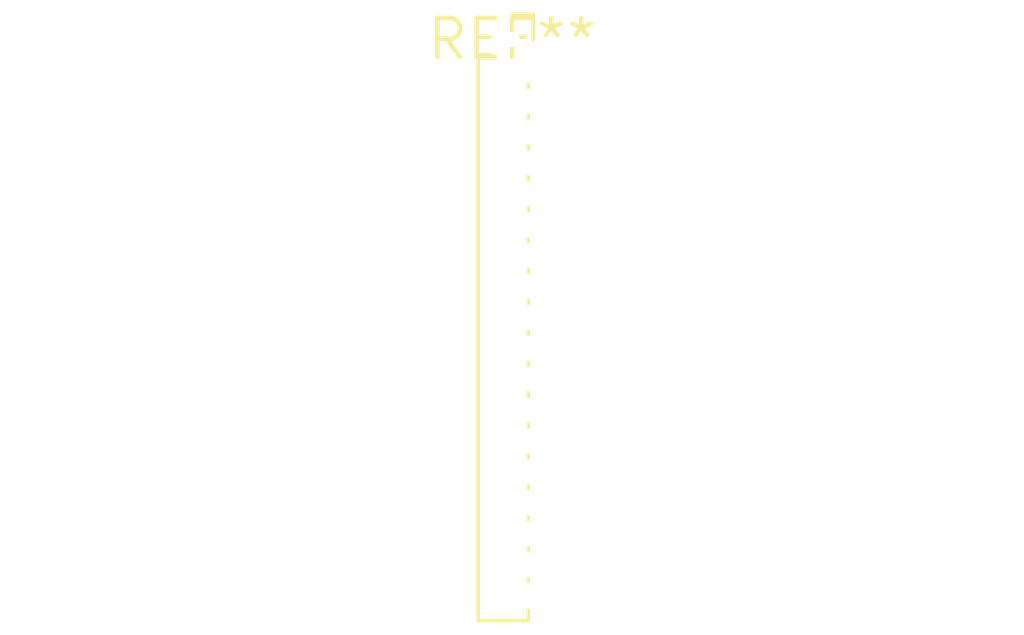
<source format=kicad_pcb>
(kicad_pcb (version 20240108) (generator pcbnew)
  (layers (0 "F.Cu" signal) (31 "B.Cu" signal) (34 "B.Paste" user) (35 "F.Paste" user) (36 "B.SilkS" user "B.Silkscreen") (37 "F.SilkS" user "F.Silkscreen") (38 "B.Mask" user) (39 "F.Mask" user) (44 "Edge.Cuts" user))
  (net 0 "")
  (footprint "PinSocket_1x19_P1.00mm_Vertical" (layer "F.Cu") (at 0 0)
    (property "Reference" "REF**")
    (property "Value" "PinSocket_1x19_P1.00mm_Vertical")
    (fp_line (start -1.1 0.5) (end -1.1 18.81) (layer "F.SilkS") (stroke (width 0.12)))
    (fp_line (start -1.1 0.5) (end -0.685 0.5) (layer "F.SilkS") (stroke (width 0.12)))
    (fp_line (start -1.1 18.81) (end 0.52 18.81) (layer "F.SilkS") (stroke (width 0.12)))
    (fp_line (start 0 -0.81) (end 0.685 -0.81) (layer "F.SilkS") (stroke (width 0.12)))
    (fp_line (start 0.52 1.445898) (end 0.52 1.554102) (layer "F.SilkS") (stroke (width 0.12)))
    (fp_line (start 0.52 2.445898) (end 0.52 2.554102) (layer "F.SilkS") (stroke (width 0.12)))
    (fp_line (start 0.52 3.445898) (end 0.52 3.554102) (layer "F.SilkS") (stroke (width 0.12)))
    (fp_line (start 0.52 4.445898) (end 0.52 4.554102) (layer "F.SilkS") (stroke (width 0.12)))
    (fp_line (start 0.52 5.445898) (end 0.52 5.554102) (layer "F.SilkS") (stroke (width 0.12)))
    (fp_line (start 0.52 6.445898) (end 0.52 6.554102) (layer "F.SilkS") (stroke (width 0.12)))
    (fp_line (start 0.52 7.445898) (end 0.52 7.554102) (layer "F.SilkS") (stroke (width 0.12)))
    (fp_line (start 0.52 8.445898) (end 0.52 8.554102) (layer "F.SilkS") (stroke (width 0.12)))
    (fp_line (start 0.52 9.445898) (end 0.52 9.554102) (layer "F.SilkS") (stroke (width 0.12)))
    (fp_line (start 0.52 10.445898) (end 0.52 10.554102) (layer "F.SilkS") (stroke (width 0.12)))
    (fp_line (start 0.52 11.445898) (end 0.52 11.554102) (layer "F.SilkS") (stroke (width 0.12)))
    (fp_line (start 0.52 12.445898) (end 0.52 12.554102) (layer "F.SilkS") (stroke (width 0.12)))
    (fp_line (start 0.52 13.445898) (end 0.52 13.554102) (layer "F.SilkS") (stroke (width 0.12)))
    (fp_line (start 0.52 14.445898) (end 0.52 14.554102) (layer "F.SilkS") (stroke (width 0.12)))
    (fp_line (start 0.52 15.445898) (end 0.52 15.554102) (layer "F.SilkS") (stroke (width 0.12)))
    (fp_line (start 0.52 16.445898) (end 0.52 16.554102) (layer "F.SilkS") (stroke (width 0.12)))
    (fp_line (start 0.52 17.445898) (end 0.52 17.554102) (layer "F.SilkS") (stroke (width 0.12)))
    (fp_line (start 0.52 18.445898) (end 0.52 18.81) (layer "F.SilkS") (stroke (width 0.12)))
    (fp_line (start 0.685 -0.81) (end 0.685 0) (layer "F.SilkS") (stroke (width 0.12)))
    (pad "1" thru_hole rect (at 0 0) (size 0.85 0.85) (drill 0.5) (layers *.Cu *.Mask) (remove_unused_layers))
    (pad "2" thru_hole oval (at 0 1) (size 0.85 0.85) (drill 0.5) (layers *.Cu *.Mask) (remove_unused_layers))
    (pad "3" thru_hole oval (at 0 2) (size 0.85 0.85) (drill 0.5) (layers *.Cu *.Mask) (remove_unused_layers))
    (pad "4" thru_hole oval (at 0 3) (size 0.85 0.85) (drill 0.5) (layers *.Cu *.Mask) (remove_unused_layers))
    (pad "5" thru_hole oval (at 0 4) (size 0.85 0.85) (drill 0.5) (layers *.Cu *.Mask) (remove_unused_layers))
    (pad "6" thru_hole oval (at 0 5) (size 0.85 0.85) (drill 0.5) (layers *.Cu *.Mask) (remove_unused_layers))
    (pad "7" thru_hole oval (at 0 6) (size 0.85 0.85) (drill 0.5) (layers *.Cu *.Mask) (remove_unused_layers))
    (pad "8" thru_hole oval (at 0 7) (size 0.85 0.85) (drill 0.5) (layers *.Cu *.Mask) (remove_unused_layers))
    (pad "9" thru_hole oval (at 0 8) (size 0.85 0.85) (drill 0.5) (layers *.Cu *.Mask) (remove_unused_layers))
    (pad "10" thru_hole oval (at 0 9) (size 0.85 0.85) (drill 0.5) (layers *.Cu *.Mask) (remove_unused_layers))
    (pad "11" thru_hole oval (at 0 10) (size 0.85 0.85) (drill 0.5) (layers *.Cu *.Mask) (remove_unused_layers))
    (pad "12" thru_hole oval (at 0 11) (size 0.85 0.85) (drill 0.5) (layers *.Cu *.Mask) (remove_unused_layers))
    (pad "13" thru_hole oval (at 0 12) (size 0.85 0.85) (drill 0.5) (layers *.Cu *.Mask) (remove_unused_layers))
    (pad "14" thru_hole oval (at 0 13) (size 0.85 0.85) (drill 0.5) (layers *.Cu *.Mask) (remove_unused_layers))
    (pad "15" thru_hole oval (at 0 14) (size 0.85 0.85) (drill 0.5) (layers *.Cu *.Mask) (remove_unused_layers))
    (pad "16" thru_hole oval (at 0 15) (size 0.85 0.85) (drill 0.5) (layers *.Cu *.Mask) (remove_unused_layers))
    (pad "17" thru_hole oval (at 0 16) (size 0.85 0.85) (drill 0.5) (layers *.Cu *.Mask) (remove_unused_layers))
    (pad "18" thru_hole oval (at 0 17) (size 0.85 0.85) (drill 0.5) (layers *.Cu *.Mask) (remove_unused_layers))
    (pad "19" thru_hole oval (at 0 18) (size 0.85 0.85) (drill 0.5) (layers *.Cu *.Mask) (remove_unused_layers))
  )
)
</source>
